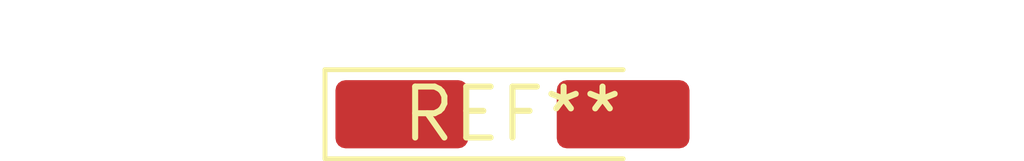
<source format=kicad_pcb>
(kicad_pcb (version 20240108) (generator pcbnew)
  (layers (0 "F.Cu" signal) (31 "B.Cu" signal) (34 "B.Paste" user) (35 "F.Paste" user) (36 "B.SilkS" user "B.Silkscreen") (37 "F.SilkS" user "F.Silkscreen") (38 "B.Mask" user) (39 "F.Mask" user) (44 "Edge.Cuts" user))
  (net 0 "")
  (footprint "D_MiniMELF_Handsoldering" (layer "F.Cu") (at 0 0)
    (property "Reference" "REF**")
    (property "Value" "D_MiniMELF_Handsoldering")
    (fp_line (start -4.66 -1.11) (end -4.66 1.11) (layer "F.SilkS") (stroke (width 0.12)))
    (fp_line (start -4.66 1.11) (end 2.75 1.11) (layer "F.SilkS") (stroke (width 0.12)))
    (fp_line (start 2.75 -1.11) (end -4.66 -1.11) (layer "F.SilkS") (stroke (width 0.12)))
    (pad "1" smd roundrect (at -2.75 0) (size 3.3 1.7) (layers "F.Cu" "F.Paste" "F.Mask") (roundrect_rratio 0.1470588235))
    (pad "2" smd roundrect (at 2.75 0) (size 3.3 1.7) (layers "F.Cu" "F.Paste" "F.Mask") (roundrect_rratio 0.1470588235))
  )
)
</source>
